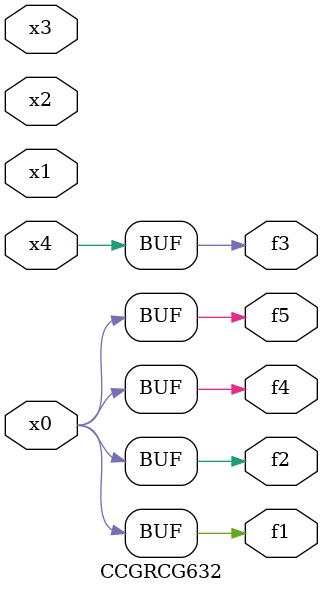
<source format=v>
module CCGRCG632(
	input x0, x1, x2, x3, x4,
	output f1, f2, f3, f4, f5
);
	assign f1 = x0;
	assign f2 = x0;
	assign f3 = x4;
	assign f4 = x0;
	assign f5 = x0;
endmodule

</source>
